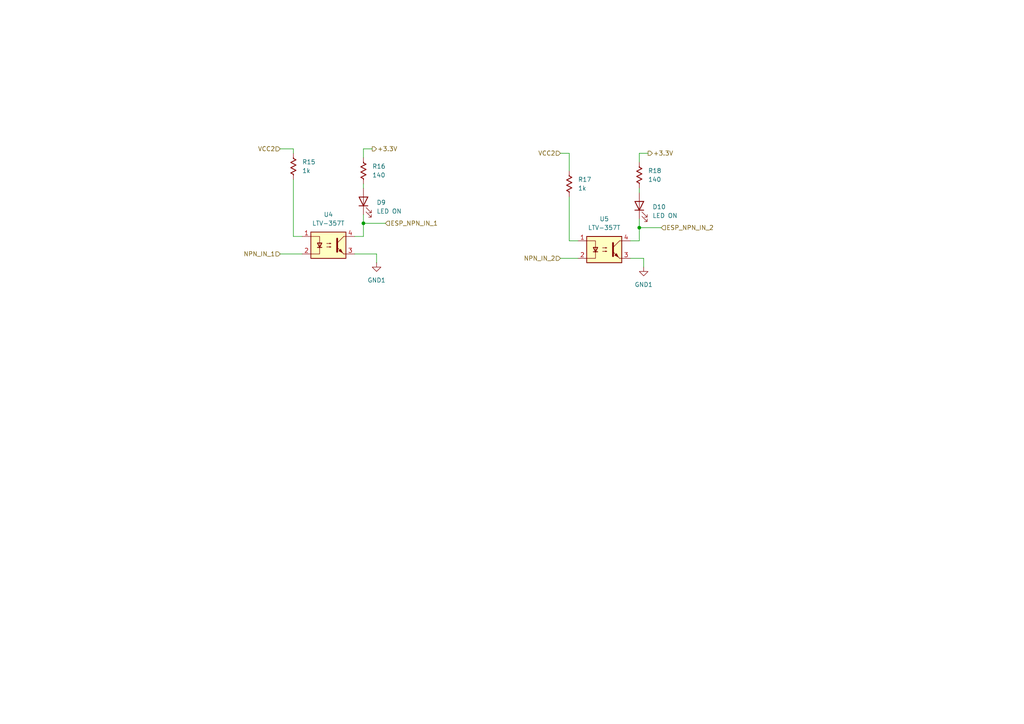
<source format=kicad_sch>
(kicad_sch (version 20250114) (generator "eeschema") (generator_version "9.0")
  (paper "A4")
  (lib_symbols
    (symbol "Device:LED" (pin_numbers (hide yes)) (pin_names (offset 1.016) (hide yes))
      (property "Reference" "D" (at 0 2.54 0))
      (property "Value" "LED" (at 0 -2.54 0))
      (symbol "LED_0_1"
        (polyline (pts (xy -3.048 -0.762) (xy -4.572 -2.286) (xy -3.81 -2.286) (xy -4.572 -2.286) (xy -4.572 -1.524)))
        (polyline (pts (xy -1.778 -0.762) (xy -3.302 -2.286) (xy -2.54 -2.286) (xy -3.302 -2.286) (xy -3.302 -1.524)))
        (polyline (pts (xy -1.27 0) (xy 1.27 0)))
        (polyline (pts (xy -1.27 -1.27) (xy -1.27 1.27)) (stroke (width 0.254)))
        (polyline (pts (xy 1.27 -1.27) (xy 1.27 1.27) (xy -1.27 0) (xy 1.27 -1.27)) (stroke (width 0.254)))
      )
      (symbol "LED_1_1"
        (pin passive line (at -3.81 0 0) (length 2.54) (name "K") (number "1"))
        (pin passive line (at 3.81 0 180) (length 2.54) (name "A") (number "2"))
      )
    )
    (symbol "Isolator:LTV-357T" (pin_names (offset 1.016))
      (property "Reference" "U" (at -5.334 4.826 0))
      (property "Value" "LTV-357T" (at 0 5.08 0))
      (symbol "LTV-357T_0_1"
        (rectangle (start -5.08 3.81) (end 5.08 -3.81) (stroke (width 0.254)) (fill (type background)))
        (polyline (pts (xy -5.08 2.54) (xy -2.54 2.54) (xy -2.54 -0.762)))
        (polyline (pts (xy -3.175 -0.635) (xy -1.905 -0.635)) (stroke (width 0.254)))
        (polyline (pts (xy -2.54 -0.635) (xy -2.54 -2.54) (xy -5.08 -2.54)))
        (polyline (pts (xy -2.54 -0.635) (xy -3.175 0.635) (xy -1.905 0.635) (xy -2.54 -0.635)) (stroke (width 0.254)))
        (polyline (pts (xy -0.508 0.508) (xy 0.762 0.508) (xy 0.381 0.381) (xy 0.381 0.635) (xy 0.762 0.508)))
        (polyline (pts (xy -0.508 -0.508) (xy 0.762 -0.508) (xy 0.381 -0.635) (xy 0.381 -0.381) (xy 0.762 -0.508)))
        (polyline (pts (xy 2.54 1.905) (xy 2.54 -1.905)) (stroke (width 0.508)))
        (polyline (pts (xy 2.54 0.635) (xy 4.445 2.54)))
        (polyline (pts (xy 3.048 -1.651) (xy 3.556 -1.143) (xy 4.064 -2.159) (xy 3.048 -1.651)) (fill (type outline)))
        (polyline (pts (xy 4.445 2.54) (xy 5.08 2.54)))
        (polyline (pts (xy 4.445 -2.54) (xy 2.54 -0.635)) (fill (type outline)))
        (polyline (pts (xy 4.445 -2.54) (xy 5.08 -2.54)))
      )
      (symbol "LTV-357T_1_1"
        (pin passive line (at -7.62 2.54 0) (length 2.54) (name "~") (number "1"))
        (pin passive line (at -7.62 -2.54 0) (length 2.54) (name "~") (number "2"))
        (pin passive line (at 7.62 2.54 180) (length 2.54) (name "~") (number "4"))
        (pin passive line (at 7.62 -2.54 180) (length 2.54) (name "~") (number "3"))
      )
    )
    (symbol "PCM_Resistor_US_AKL:R_0603" (pin_numbers (hide yes)) (pin_names (offset 0))
      (property "Reference" "R" (at 2.54 1.27 0))
      (property "Value" "R_0603" (at 2.54 -1.27 0))
      (symbol "R_0603_0_1"
        (polyline (pts (xy 0 2.286) (xy 0 2.54)) (stroke (width 0.254)))
        (polyline (pts (xy 0 2.286) (xy 0.762 1.905) (xy -0.762 1.143) (xy 0 0.762) (xy 0.762 0.381) (xy 0 0) (xy -0.762 -0.381) (xy 0 -0.762) (xy 0.762 -1.143) (xy 0 -1.524) (xy -0.762 -1.905) (xy 0 -2.286)) (stroke (width 0.254)))
        (polyline (pts (xy 0 -2.286) (xy 0 -2.54)) (stroke (width 0.254)))
      )
      (symbol "R_0603_0_2"
        (polyline (pts (xy -2.54 -2.54) (xy -1.778 -1.778)))
        (polyline (pts (xy -1.778 -1.778) (xy -1.524 -1.524)) (stroke (width 0.254)))
        (polyline (pts (xy -1.524 -1.524) (xy -1.778 -0.762) (xy -1.016 -1.016)) (stroke (width 0.254)))
        (polyline (pts (xy -0.508 -0.508) (xy -0.762 0.254) (xy 0 0)) (stroke (width 0.254)))
        (polyline (pts (xy -0.508 -0.508) (xy -0.254 -1.27) (xy -1.016 -1.016)) (stroke (width 0.254)))
        (polyline (pts (xy 0.508 0.508) (xy 0.254 1.27) (xy 1.016 1.016)) (stroke (width 0.254)))
        (polyline (pts (xy 0.508 0.508) (xy 0.762 -0.254) (xy 0 0)) (stroke (width 0.254)))
        (polyline (pts (xy 1.524 1.524) (xy 1.778 0.762) (xy 1.016 1.016)) (stroke (width 0.254)))
        (polyline (pts (xy 1.778 1.778) (xy 1.524 1.524)) (stroke (width 0.254)))
        (polyline (pts (xy 1.778 1.778) (xy 2.54 2.54)))
      )
      (symbol "R_0603_1_1"
        (pin passive line (at 0 3.81 270) (length 1.27) (name "~") (number "1"))
        (pin passive line (at 0 -3.81 90) (length 1.27) (name "~") (number "2"))
      )
      (symbol "R_0603_1_2"
        (pin passive line (at -2.54 -2.54 0) (length 0) (name "") (number "2"))
        (pin passive line (at 2.54 2.54 180) (length 0) (name "") (number "1"))
      )
    )
    (symbol "power:GND" (power) (pin_numbers (hide yes)) (pin_names (offset 0) (hide yes))
      (property "Value" "GND" (at 0 -3.81 0))
      (symbol "GND_0_1"
        (polyline (pts (xy 0 0) (xy 0 -1.27) (xy 1.27 -1.27) (xy 0 -2.54) (xy -1.27 -1.27) (xy 0 -1.27)))
      )
      (symbol "GND_1_1"
        (pin power_in line (at 0 0 270) (length 0) (name "~") (number "1"))
      )
    )
  )
  (junction (at 185.42 66.04))
  (junction (at 105.41 64.77))
  (wire (pts (xy 105.41 43.18) (xy 105.41 45.72)))
  (wire (pts (xy 85.09 43.18) (xy 85.09 44.45)))
  (wire (pts (xy 105.41 62.23) (xy 105.41 64.77)))
  (wire (pts (xy 185.42 66.04) (xy 191.77 66.04)))
  (wire (pts (xy 185.42 69.85) (xy 185.42 66.04)))
  (wire (pts (xy 187.96 44.45) (xy 185.42 44.45)))
  (wire (pts (xy 165.1 69.85) (xy 167.64 69.85)))
  (wire (pts (xy 185.42 63.5) (xy 185.42 66.04)))
  (wire (pts (xy 165.1 57.15) (xy 165.1 69.85)))
  (wire (pts (xy 81.28 73.66) (xy 87.63 73.66)))
  (wire (pts (xy 109.22 76.2) (xy 109.22 73.66)))
  (wire (pts (xy 185.42 54.61) (xy 185.42 55.88)))
  (wire (pts (xy 105.41 68.58) (xy 105.41 64.77)))
  (wire (pts (xy 102.87 73.66) (xy 109.22 73.66)))
  (wire (pts (xy 85.09 52.07) (xy 85.09 68.58)))
  (wire (pts (xy 186.69 74.93) (xy 182.88 74.93)))
  (wire (pts (xy 102.87 68.58) (xy 105.41 68.58)))
  (wire (pts (xy 107.95 43.18) (xy 105.41 43.18)))
  (wire (pts (xy 182.88 69.85) (xy 185.42 69.85)))
  (wire (pts (xy 85.09 68.58) (xy 87.63 68.58)))
  (wire (pts (xy 81.28 43.18) (xy 85.09 43.18)))
  (wire (pts (xy 185.42 44.45) (xy 185.42 46.99)))
  (wire (pts (xy 105.41 53.34) (xy 105.41 54.61)))
  (wire (pts (xy 105.41 64.77) (xy 111.76 64.77)))
  (wire (pts (xy 162.56 74.93) (xy 167.64 74.93)))
  (wire (pts (xy 165.1 44.45) (xy 165.1 49.53)))
  (wire (pts (xy 162.56 44.45) (xy 165.1 44.45)))
  (wire (pts (xy 186.69 74.93) (xy 186.69 77.47)))
  (hierarchical_label "NPN_IN_2" (shape input) (at 162.56 74.93 180))
  (hierarchical_label "NPN_IN_1" (shape input) (at 81.28 73.66 180))
  (hierarchical_label "ESP_NPN_IN_2" (shape input) (at 191.77 66.04 0))
  (hierarchical_label "+3.3V" (shape output) (at 187.96 44.45 0))
  (hierarchical_label "+3.3V" (shape output) (at 107.95 43.18 0))
  (hierarchical_label "VCC2" (shape input) (at 162.56 44.45 180))
  (hierarchical_label "VCC2" (shape input) (at 81.28 43.18 180))
  (hierarchical_label "ESP_NPN_IN_1" (shape input) (at 111.76 64.77 0))
  (symbol (lib_id "Device:LED") (at 105.41 58.42 90) (unit 1)
    (property "Reference" "D9" (at 109.22 58.7374 90) (effects (justify right)))
    (property "Value" "LED ON" (at 109.22 61.2774 90) (effects (justify right)))
    (property "Footprint" "LED_SMD:LED_0603_1608Metric" (effects (hide yes)))
    (property "Description" "Light emitting diode" (effects (hide yes)))
    (property "Sim.Pins" "1=K 2=A" (effects (hide yes)))
  )
  (symbol (lib_id "Isolator:LTV-357T") (at 95.25 71.12 0) (unit 1)
    (property "Reference" "U4" (at 95.25 62.23 0))
    (property "Value" "LTV-357T" (at 95.25 64.77 0))
    (property "Footprint" "Package_SO:SO-4_4.4x3.6mm_P2.54mm" (effects (hide yes)))
    (property "Datasheet" "https://www.buerklin.com/medias/sys_master/download/download/h91/ha0/8892020588574.pdf" (effects (hide yes)))
    (property "Description" "DC Optocoupler, Vce 35V, CTR 50%, SO-4" (effects (hide yes)))
  )
  (symbol (lib_id "PCM_Resistor_US_AKL:R_0603") (at 185.42 50.8 0) (unit 1)
    (property "Reference" "R18" (at 187.96 49.5299 0) (effects (justify left)))
    (property "Value" "140" (at 187.96 52.0699 0) (effects (justify left)))
    (property "Footprint" "PCM_Resistor_SMD_AKL:R_0603_1608Metric" (effects (hide yes)))
    (property "Description" "SMD 0603 Chip Resistor, US Symbol, Alternate KiCad Library" (effects (hide yes)))
  )
  (symbol (lib_id "PCM_Resistor_US_AKL:R_0603") (at 85.09 48.26 0) (unit 1)
    (property "Reference" "R15" (at 87.63 46.9899 0) (effects (justify left)))
    (property "Value" "1k" (at 87.63 49.5299 0) (effects (justify left)))
    (property "Footprint" "PCM_Resistor_SMD_AKL:R_0603_1608Metric" (effects (hide yes)))
    (property "Description" "SMD 0603 Chip Resistor, US Symbol, Alternate KiCad Library" (effects (hide yes)))
  )
  (symbol (lib_id "PCM_Resistor_US_AKL:R_0603") (at 105.41 49.53 0) (unit 1)
    (property "Reference" "R16" (at 107.95 48.2599 0) (effects (justify left)))
    (property "Value" "140" (at 107.95 50.7999 0) (effects (justify left)))
    (property "Footprint" "PCM_Resistor_SMD_AKL:R_0603_1608Metric" (effects (hide yes)))
    (property "Description" "SMD 0603 Chip Resistor, US Symbol, Alternate KiCad Library" (effects (hide yes)))
  )
  (symbol (lib_id "power:GND") (at 109.22 76.2 0) (unit 1)
    (property "Reference" "#PWR048" (effects (hide yes)))
    (property "Value" "GND1" (at 109.22 81.28 0))
    (property "Description" "Power symbol creates a global label with name \"GND\" , ground" (effects (hide yes)))
  )
  (symbol (lib_id "power:GND") (at 186.69 77.47 0) (unit 1)
    (property "Reference" "#PWR049" (effects (hide yes)))
    (property "Value" "GND1" (at 186.69 82.55 0))
    (property "Description" "Power symbol creates a global label with name \"GND\" , ground" (effects (hide yes)))
  )
  (symbol (lib_id "Isolator:LTV-357T") (at 175.26 72.39 0) (unit 1)
    (property "Reference" "U5" (at 175.26 63.5 0))
    (property "Value" "LTV-357T" (at 175.26 66.04 0))
    (property "Footprint" "Package_SO:SO-4_4.4x3.6mm_P2.54mm" (effects (hide yes)))
    (property "Datasheet" "https://www.buerklin.com/medias/sys_master/download/download/h91/ha0/8892020588574.pdf" (effects (hide yes)))
    (property "Description" "DC Optocoupler, Vce 35V, CTR 50%, SO-4" (effects (hide yes)))
  )
  (symbol (lib_id "PCM_Resistor_US_AKL:R_0603") (at 165.1 53.34 0) (unit 1)
    (property "Reference" "R17" (at 167.64 52.0699 0) (effects (justify left)))
    (property "Value" "1k" (at 167.64 54.6099 0) (effects (justify left)))
    (property "Footprint" "PCM_Resistor_SMD_AKL:R_0603_1608Metric" (effects (hide yes)))
    (property "Description" "SMD 0603 Chip Resistor, US Symbol, Alternate KiCad Library" (effects (hide yes)))
  )
  (symbol (lib_id "Device:LED") (at 185.42 59.69 90) (unit 1)
    (property "Reference" "D10" (at 189.23 60.0074 90) (effects (justify right)))
    (property "Value" "LED ON" (at 189.23 62.5474 90) (effects (justify right)))
    (property "Footprint" "LED_SMD:LED_0603_1608Metric" (effects (hide yes)))
    (property "Description" "Light emitting diode" (effects (hide yes)))
    (property "Sim.Pins" "1=K 2=A" (effects (hide yes)))
  )
)
</source>
